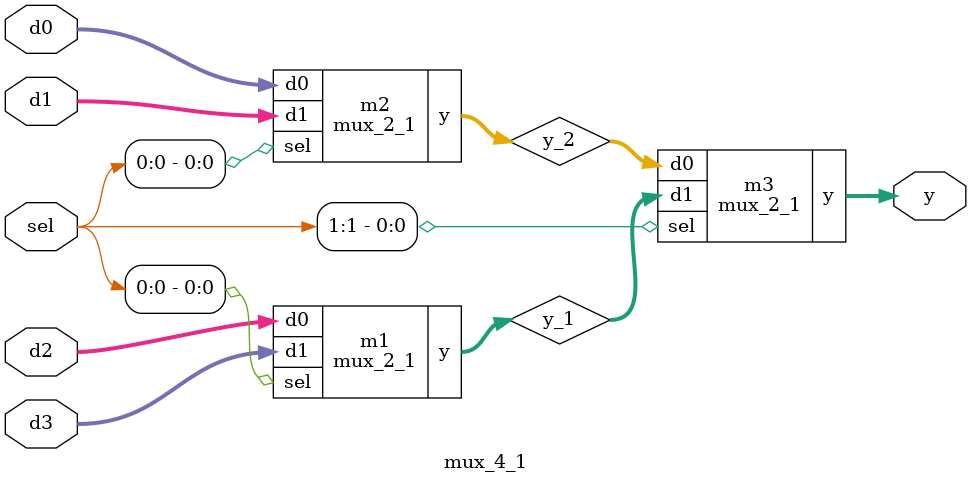
<source format=sv>

module mux_2_1
(
  input  [3:0] d0, d1,
  input        sel,
  output [3:0] y
);

  assign y = sel ? d1 : d0;

endmodule

//----------------------------------------------------------------------------
// Task
//----------------------------------------------------------------------------

module mux_4_1
(
  input  [3:0] d0, d1, d2, d3,
  input  [1:0] sel,
  output [3:0] y
);

  //assign y = sel[1] ? (sel[0] ? d3 : d2) : (sel[0] ? d1 : d0);

wire [3:0] y_1, y_2;

mux_2_1 m1 (
  .d0 (d2),
  .d1 (d3),
  .sel (sel[0]),
  .y (y_1)
);

mux_2_1 m2 (
  .d0 (d0),
  .d1 (d1),
  .sel (sel[0]),
  .y (y_2)
);

mux_2_1 m3 (
  .d0 (y_2),
  .d1 (y_1),
  .sel (sel[1]),
  .y (y)
);

endmodule

</source>
